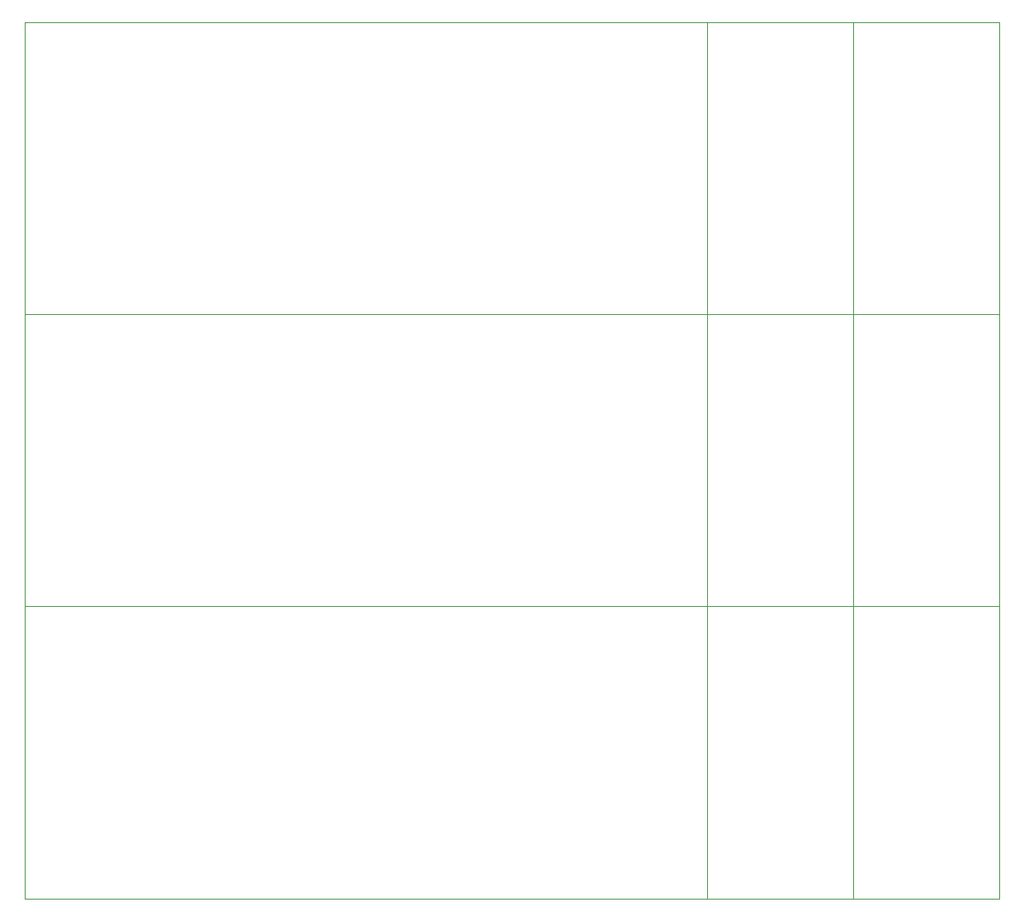
<source format=gbr>
G04 #@! TF.FileFunction,Profile,NP*
%FSLAX46Y46*%
G04 Gerber Fmt 4.6, Leading zero omitted, Abs format (unit mm)*
G04 Created by KiCad (PCBNEW (2014-11-14 BZR 5284)-product) date Mon Dec  1 16:34:46 2014*
%MOMM*%
G01*
G04 APERTURE LIST*
%ADD10C,0.100000*%
G04 APERTURE END LIST*
D10*
X115000000Y-120000000D02*
X115000000Y-90000000D01*
X115000000Y-90000000D02*
X130000000Y-90000000D01*
X130000000Y-90000000D02*
X130000000Y-120000000D01*
X130000000Y-120000000D02*
X115000000Y-120000000D01*
X115000000Y-120000000D02*
X100000000Y-120000000D01*
X115000000Y-90000000D02*
X115000000Y-120000000D01*
X100000000Y-90000000D02*
X115000000Y-90000000D01*
X100000000Y-120000000D02*
X100000000Y-90000000D01*
X30000000Y-120000000D02*
X30000000Y-90000000D01*
X100000000Y-120000000D02*
X30000000Y-120000000D01*
X100000000Y-90000000D02*
X100000000Y-120000000D01*
X30000000Y-90000000D02*
X100000000Y-90000000D01*
X30000000Y-60000000D02*
X100000000Y-60000000D01*
X100000000Y-60000000D02*
X100000000Y-90000000D01*
X100000000Y-90000000D02*
X30000000Y-90000000D01*
X30000000Y-90000000D02*
X30000000Y-60000000D01*
X100000000Y-90000000D02*
X100000000Y-60000000D01*
X100000000Y-60000000D02*
X115000000Y-60000000D01*
X115000000Y-60000000D02*
X115000000Y-90000000D01*
X115000000Y-90000000D02*
X100000000Y-90000000D01*
X130000000Y-90000000D02*
X115000000Y-90000000D01*
X130000000Y-60000000D02*
X130000000Y-90000000D01*
X115000000Y-60000000D02*
X130000000Y-60000000D01*
X115000000Y-90000000D02*
X115000000Y-60000000D01*
X115000000Y-60000000D02*
X115000000Y-30000000D01*
X115000000Y-30000000D02*
X130000000Y-30000000D01*
X130000000Y-30000000D02*
X130000000Y-60000000D01*
X130000000Y-60000000D02*
X115000000Y-60000000D01*
X115000000Y-60000000D02*
X100000000Y-60000000D01*
X115000000Y-30000000D02*
X115000000Y-60000000D01*
X100000000Y-30000000D02*
X115000000Y-30000000D01*
X100000000Y-60000000D02*
X100000000Y-30000000D01*
X30000000Y-60000000D02*
X30000000Y-30000000D01*
X100000000Y-60000000D02*
X30000000Y-60000000D01*
X100000000Y-30000000D02*
X100000000Y-60000000D01*
X30000000Y-30000000D02*
X100000000Y-30000000D01*
M02*

</source>
